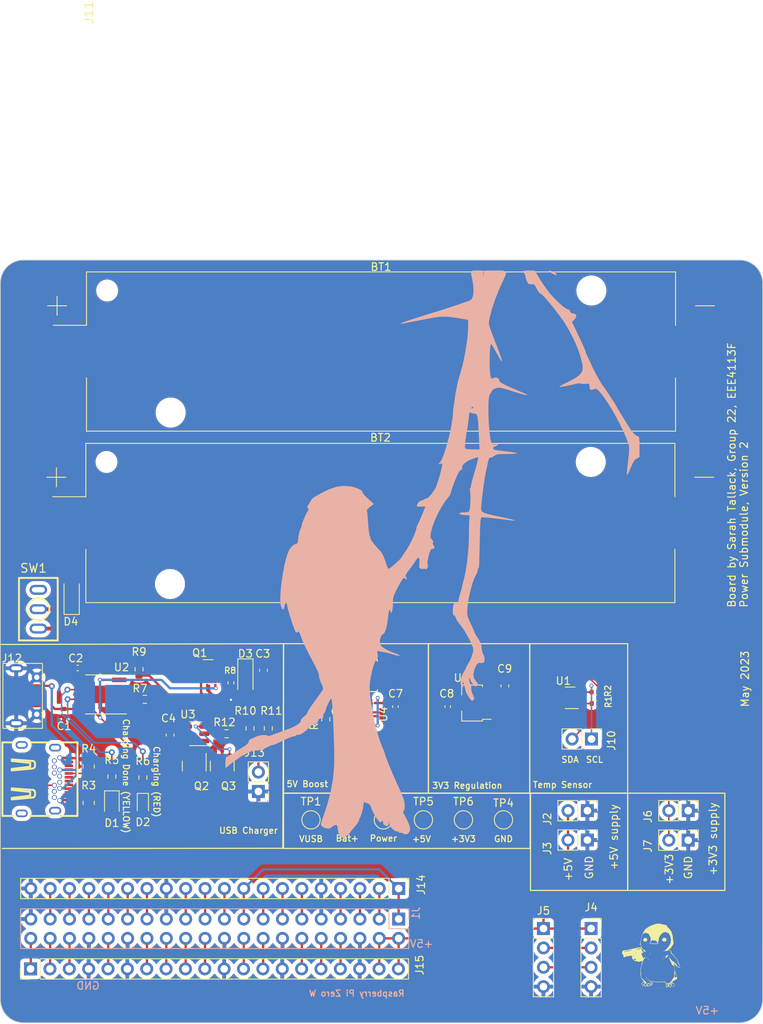
<source format=kicad_pcb>
(kicad_pcb (version 20221018) (generator pcbnew)
  (layers (0 "F.Cu" signal) (31 "B.Cu" signal) (34 "B.Paste" user) (35 "F.Paste" user) (36 "B.SilkS" user "B.Silkscreen") (37 "F.SilkS" user "F.Silkscreen") (38 "B.Mask" user) (39 "F.Mask" user) (44 "Edge.Cuts" user))
  (net 0 "")
  (net 1 "GND")
  (net 2 "/Sensors/SCL")
  (net 3 "/Sensors/SDA")
  (net 4 "/BatteryCharging/Bat+")
  (net 5 "/BatteryCharging/Power")
  (net 6 "/Sensors/+3V3Reg")
  (net 7 "/+5VReg")
  (net 8 "/BatteryCharging/VUSB")
  (net 9 "Net-(Q2-S)")
  (net 10 "Net-(D1-K)")
  (net 11 "Net-(D2-K)")
  (net 12 "/+3V3")
  (net 13 "/GPIO[2]{slash}SDA1")
  (net 14 "/GPIO[3]{slash}SCL1")
  (net 15 "/GPIO[4]{slash}GPCLK0")
  (net 16 "/GPIO[14]{slash}TXD0")
  (net 17 "/GPIO[15]{slash}RXD0")
  (net 18 "/GPIO[17]")
  (net 19 "/GPIO[18]{slash}PCM.CLK")
  (net 20 "/GPIO[27]")
  (net 21 "/GPIO[22]")
  (net 22 "/GPIO[23]")
  (net 23 "/GPIO[24]")
  (net 24 "/GPIO[10]{slash}SPI0.MOSI")
  (net 25 "/GPIO[9]{slash}SPI0.MISO")
  (net 26 "/GPIO[25]")
  (net 27 "/GPIO[11]{slash}SPI0.SCLK")
  (net 28 "/GPIO[8]{slash}SPI0.CE0")
  (net 29 "/GPIO[7]{slash}SPI0.CE1")
  (net 30 "/ID_SDA")
  (net 31 "/ID_SCL")
  (net 32 "/GPIO[5]")
  (net 33 "/GPIO[6]")
  (net 34 "/GPIO[12]{slash}PWM0")
  (net 35 "/GPIO[13]{slash}PWM1")
  (net 36 "/GPIO[19]{slash}PCM.FS")
  (net 37 "/GPIO[16]")
  (net 38 "/GPIO26")
  (net 39 "/GPIO[20]{slash}PCM.DIN")
  (net 40 "/GPIO[21]{slash}PCM.DOUT")
  (net 41 "Net-(Q2-G)")
  (net 42 "Net-(Q2-D)")
  (net 43 "Net-(Q3-G)")
  (net 44 "/BatteryCharging/BatLevel")
  (net 45 "/BatteryCharging/BatIn")
  (net 47 "Net-(U3-VCC)")
  (net 48 "Net-(U4-EN)")
  (net 51 "Net-(J11-CC1)")
  (net 59 "Net-(J11-CC2)")
  (net 67 "Net-(U4-L2)")
  (net 68 "Net-(U4-L1)")
  (net 69 "Net-(U2-STDBY)")
  (net 70 "Net-(U2-CHRG)")
  (net 71 "Net-(U2-PROG)")
  (net 72 "Net-(U3-VM)")
  (net 76 "Net-(D4-K)")
  (net 77 "/SCK")
  (net 78 "/DT")
  (footprint "Package_SON:VSON-10-1EP_3x3mm_P0.5mm_EP1.65x2.4mm" (layer "F.Cu") (at 104.6 101.161 -90)
    (fp_text reference "U4")
    (fp_text value "TPS63002")
  )
  (footprint "Capacitor_SMD:C_0603_1608Metric" (layer "F.Cu") (at 79.514169 103.87297 90)
    (fp_text reference "C4")
    (fp_text value "100n")
  )
  (footprint "Capacitor_SMD:C_0402_1005Metric" (layer "F.Cu") (at 101.272855 99.198403 90)
    (fp_text reference "C5")
    (fp_text value "10uF")
  )
  (footprint "Package_TO_SOT_SMD:SOT-23" (layer "F.Cu") (at 84.511846 95.560117 180)
    (fp_text reference "Q1")
    (fp_text value "Si2301CDS")
  )
  (footprint "Connector_PinHeader_2.54mm:PinHeader_1x02_P2.54mm_Vertical" (layer "F.Cu") (at 134.264386 117.644296 -90)
    (fp_text reference "J3")
    (fp_text value "Conn_01x02_Male")
  )
  (footprint "Resistor_SMD:R_0402_1005Metric" (layer "F.Cu") (at 135.340661 99.746287 180)
    (fp_text reference "R1")
    (fp_text value "10k")
  )
  (footprint "Sensor_Humidity:Sensirion_DFN-8-1EP_2.5x2.5mm_P0.5mm_EP1.1x1.7mm" (layer "F.Cu") (at 132 99 180)
    (fp_text reference "U1")
    (fp_text value "SHT30-DIS")
  )
  (footprint "SarahFootprints:IND-SMD_L4.0-W4.0" (layer "F.Cu") (at 104.626 96.085 180)
    (fp_text reference "L1")
    (fp_text value "2.2u" hide)
  )
  (footprint "Resistor_SMD:R_0603_1608Metric" (layer "F.Cu") (at 90 103 -90)
    (fp_text reference "R10")
    (fp_text value "130k")
  )
  (footprint "Resistor_SMD:R_0402_1005Metric" (layer "F.Cu") (at 135.323782 98.24965 180)
    (fp_text reference "R2")
    (fp_text value "10k")
  )
  (footprint "Connector_PinHeader_2.54mm:PinHeader_1x02_P2.54mm_Vertical" (layer "F.Cu") (at 91.1 111.275 180)
    (fp_text reference "J13")
    (fp_text value "Conn_01x02_Male")
  )
  (footprint "SarahFootprints:USB-TYPE-C-TH_USB-306A-B-SU" (layer "F.Cu") (at 63.138593 109.662059 -90)
    (fp_text reference "J11")
    (fp_text value "USB_C_Receptacle" hide)
  )
  (footprint "Diode_SMD:D_SOD-123" (layer "F.Cu") (at 66.6 85.7 90)
    (fp_text reference "D4")
    (fp_text value "Diode")
  )
  (footprint "Resistor_SMD:R_0805_2012Metric" (layer "F.Cu") (at 68.834 108.005495 -90)
    (fp_text reference "R4")
    (fp_text value "5.1k")
  )
  (footprint "Connector_PinHeader_2.54mm:PinHeader_1x02_P2.54mm_Vertical" (layer "F.Cu") (at 147.489386 113.794296 -90)
    (fp_text reference "J6")
    (fp_text value "Conn_01x02_Male")
  )
  (footprint "Connector_PinSocket_2.54mm:PinSocket_1x04_P2.54mm_Vertical" (layer "F.Cu") (at 134.75 129.25)
    (fp_text reference "J4")
    (fp_text value "Conn_01x04_Socket")
  )
  (footprint "Capacitor_SMD:C_0402_1005Metric" (layer "F.Cu") (at 67.393178 95.082135 180)
    (fp_text reference "C2")
    (fp_text value "10uF")
  )
  (footprint "Battery:BatteryHolder_Keystone_1042_1x18650" (layer "F.Cu") (at 107.188 53.594)
    (fp_text reference "BT1")
    (fp_text value "Li-Ion Battery")
  )
  (footprint "Capacitor_SMD:C_0402_1005Metric" (layer "F.Cu") (at 115.935876 100.151494 -90)
    (fp_text reference "C8")
    (fp_text value "10uF")
  )
  (footprint "Connector_PinHeader_2.54mm:PinHeader_1x20_P2.54mm_Vertical" (layer "F.Cu") (at 61.21 134.54 90)
    (fp_text reference "J15")
    (fp_text value "Conn_01x20_Pin")
  )
  (footprint "Connector_PinHeader_2.54mm:PinHeader_1x02_P2.54mm_Vertical" (layer "F.Cu") (at 147.485238 117.665733 -90)
    (fp_text reference "J7")
    (fp_text value "Conn_01x02_Male")
  )
  (footprint "Capacitor_SMD:C_0603_1608Metric" (layer "F.Cu") (at 123.434966 97.42985 90)
    (fp_text reference "C9")
    (fp_text value "100n")
  )
  (footprint "Connector_PinHeader_2.54mm:PinHeader_1x20_P2.54mm_Vertical" (layer "F.Cu") (at 109.5 124 -90)
    (fp_text reference "J14")
    (fp_text value "Conn_01x20_Pin")
  )
  (footprint "Resistor_SMD:R_0402_1005Metric" (layer "F.Cu") (at 87.50227 97.03 90)
    (fp_text reference "R8")
    (fp_text value "100k")
  )
  (footprint "Resistor_SMD:R_0603_1608Metric" (layer "F.Cu") (at 75.946 109.45525 90)
    (fp_text reference "R6")
    (fp_text value "1k")
  )
  (footprint "LED_SMD:LED_0805_2012Metric" (layer "F.Cu") (at 71.873102 112.880826 -90)
    (fp_text reference "D1")
    (fp_text value "YLED")
  )
  (footprint "TestPoint:TestPoint_Pad_D2.0mm" (layer "F.Cu") (at 107.5 115)
    (fp_text reference "TP3")
    (fp_text value "TestPoint")
  )
  (footprint "Resistor_SMD:R_0603_1608Metric" (layer "F.Cu") (at 75.438 95.25 -90)
    (fp_text reference "R9")
    (fp_text value "100")
  )
  (footprint "LOGO" (layer "F.Cu") (at 143.25 133.25)
    (fp_text reference "G***" hide)
    (fp_text value "LOGO" hide)
  )
  (footprint "Resistor_SMD:R_0603_1608Metric" (layer "F.Cu") (at 71.873102 109.324826 90)
    (fp_text reference "R5")
    (fp_text value "1k")
  )
  (footprint "Diode_SMD:D_SOD-123" (layer "F.Cu") (at 89.394692 96.258175 -90)
    (fp_text reference "D3")
    (fp_text value "Diode")
  )
  (footprint "TestPoint:TestPoint_Pad_D2.0mm" (layer "F.Cu") (at 98 115)
    (fp_text reference "TP1")
    (fp_text value "TestPoint")
  )
  (footprint "SarahFootprints:SW-SPDT" (layer "F.Cu") (at 62.23 87.376)
    (fp_text reference "SW1")
    (fp_text value "SW_SPDT_x2" hide)
  )
  (footprint "Package_TO_SOT_SMD:SOT-23" (layer "F.Cu") (at 82.678342 107.95254 -90)
    (fp_text reference "Q2")
    (fp_text value "AO3400A")
  )
  (footprint "TestPoint:TestPoint_Pad_D2.0mm" (layer "F.Cu") (at 102.75 115)
    (fp_text reference "TP2")
    (fp_text value "TestPoint")
  )
  (footprint "Package_TO_SOT_SMD:SOT-23" (layer "F.Cu") (at 86.36 107.95 -90)
    (fp_text reference "Q3")
    (fp_text value "AO3400A")
  )
  (footprint "Resistor_SMD:R_0603_1608Metric" (layer "F.Cu") (at 76.2 99.193723)
    (fp_text reference "R7")
    (fp_text value "1.2k")
  )
  (footprint "Package_TO_SOT_SMD:SOT-89-3" (layer "F.Cu") (at 119.135876 99.680848 180)
    (fp_text reference "U5")
    (fp_text value "HT75xx-1-SOT89")
  )
  (footprint "TestPoint:TestPoint_Pad_D2.0mm" (layer "F.Cu") (at 123.25 115)
    (fp_text reference "TP4")
    (fp_text value "TestPoint")
  )
  (footprint "Capacitor_SMD:C_0402_1005Metric" (layer "F.Cu") (at 109.084 100.151 -90)
    (fp_text reference "C7")
    (fp_text value "10uF")
  )
  (footprint "Resistor_SMD:R_0603_1608Metric" (layer "F.Cu") (at 86.934 103.7105)
    (fp_text reference "R12")
    (fp_text value "1k")
  )
  (footprint "SarahFootprints:C404969_Micro_USB" (layer "F.Cu") (at 57.623756 98.728688 90)
    (fp_text reference "J12")
    (fp_text value "USB_Micro_B_Female_Connector")
  )
  (footprint "LED_SMD:LED_0603_1608Metric" (layer "F.Cu") (at 75.946 113.01125 -90)
    (fp_text reference "D2")
    (fp_text value "RLED")
  )
  (footprint "Package_SO:HSOP-8-1EP_3.9x4.9mm_P1.27mm_EP2.3x2.3mm" (layer "F.Cu") (at 70.358 98.552 180)
    (fp_text reference "U2")
    (fp_text value "TP4056_1")
  )
  (footprint "Package_TO_SOT_SMD:SOT-23-6" (layer "F.Cu") (at 82.87 103.7105 180)
    (fp_text reference "U3")
    (fp_text value "DW01A")
  )
  (footprint "TestPoint:TestPoint_Pad_D2.0mm" (layer "F.Cu") (at 118 115)
    (fp_text reference "TP6")
    (fp_text value "TestPoint")
  )
  (footprint "Capacitor_SMD:C_0603_1608Metric" (layer "F.Cu") (at 91.765377 95.386274 -90)
    (fp_text reference "C3")
    (fp_text value "100n")
  )
  (footprint "Resistor_SMD:R_0805_2012Metric" (layer "F.Cu") (at 68.834 112.776 -90)
    (fp_text reference "R3")
    (fp_text value "5.1k")
  )
  (footprint "Connector_PinHeader_2.54mm:PinHeader_1x02_P2.54mm_Vertical" (layer "F.Cu") (at 134.264386 113.794296 -90)
    (fp_text reference "J2")
    (fp_text value "Conn_01x02_Male")
  )
  (footprint "Connector_PinHeader_2.54mm:PinHeader_1x04_P2.54mm_Vertical" (layer "F.Cu") (at 128.5 129.25)
    (fp_text reference "J5")
    (fp_text value "Conn_01x04_Pin")
  )
  (footprint "Resistor_SMD:R_0603_1608Metric" (layer "F.Cu") (at 99.939537 101.802401 -90)
    (fp_text reference "R13")
    (fp_text value "100")
  )
  (footprint "Connector_PinHeader_2.54mm:PinHeader_1x02_P2.54mm_Vertical" (layer "F.Cu") (at 134.8 104.4 -90)
    (fp_text reference "J10")
    (fp_text value "Conn_01x02_Male")
  )
  (footprint "TestPoint:TestPoint_Pad_D2.0mm" (layer "F.Cu") (at 112.75 115)
    (fp_text reference "TP5")
    (fp_text value "TestPoint")
  )
  (footprint "Battery:BatteryHolder_Keystone_1042_1x18650" (layer "F.Cu") (at 107.102 76.074)
    (fp_text reference "BT2")
    (fp_text value "Li-Ion Battery")
  )
  (footprint "Capacitor_SMD:C_0603_1608Metric" (layer "F.Cu") (at 105.381364 104.243836 180)
    (fp_text reference "C6")
    (fp_text value "100n")
  )
  (footprint "Capacitor_SMD:C_0402_1005Metric" (layer "F.Cu") (at 65.600987 100.934987 -90)
    (fp_text reference "C1")
    (fp_text value "10uF")
  )
  (footprint "Resistor_SMD:R_0603_1608Metric" (layer "F.Cu") (at 92.4 103 90)
    (fp_text reference "R11")
    (fp_text value "470k")
  )
  (footprint "Connector_PinSocket_2.54mm:PinSocket_2x20_P2.54mm_Vertical" (layer "B.Cu") (at 109.5 128 90)
    (fp_text reference "J1")
    (fp_text value "GPIO")
  )
  (footprint "LOGO" (layer "B.Cu") (at 114 85.5 180)
    (fp_text reference "G***" hide)
    (fp_text value "LOGO" hide)
  )
  (gr_rect (start 126.8 111.5) (end 139.55 124.25) (stroke (width 0.15)) (fill none) (layer "F.SilkS"))
  (gr_line (start 94.3 118.725) (end 57.5 118.75) (stroke (width 0.15)) (layer "F.SilkS"))
  (gr_line (start 94.4 92.05) (end 94.3 118.725) (stroke (width 0.15)) (layer "F.SilkS"))
  (gr_rect (start 94.4 111.5) (end 126.75 118.75) (stroke (width 0.15)) (fill none) (layer "F.SilkS"))
  (gr_rect (start 126.7 91.9) (end 139.55 111.5) (stroke (width 0.15)) (fill none) (layer "F.SilkS"))
  (gr_rect (start 139.55 111.5) (end 152.3 124.25) (stroke (width 0.15)) (fill none) (layer "F.SilkS"))
  (gr_rect (start 94.4 91.9) (end 113.4 111.5) (stroke (width 0.15)) (fill none) (layer "F.SilkS"))
  (gr_line (start 57.35 92) (end 94.4 91.9) (stroke (width 0.15)) (layer "F.SilkS"))
  (gr_rect (start 113.4 91.9) (end 126.7 111.5) (stroke (width 0.15)) (fill none) (layer "F.SilkS"))
  (gr_line (start 60.25 41.59264) (end 154.25736 41.59264) (stroke (width 0.1)) (layer "Edge.Cuts"))
  (gr_arc (start 60.25 141.6) (mid 58.12868 140.72132) (end 57.25 138.6) (stroke (width 0.1)) (layer "Edge.Cuts"))
  (gr_arc (start 154.25736 41.59264) (mid 156.37868 42.47132) (end 157.25736 44.59264) (stroke (width 0.1)) (layer "Edge.Cuts"))
  (gr_line (start 57.25 44.59264) (end 57.25 138.6) (stroke (width 0.1)) (layer "Edge.Cuts"))
  (gr_line (start 157.25 138.6) (end 157.25736 44.59264) (stroke (width 0.1)) (layer "Edge.Cuts"))
  (gr_arc (start 57.25 44.59264) (mid 58.12868 42.47132) (end 60.25 41.59264) (stroke (width 0.1)) (layer "Edge.Cuts"))
  (gr_line (start 60.25 141.6) (end 154.25 141.6) (stroke (width 0.1)) (layer "Edge.Cuts"))
  (gr_arc (start 157.25 138.6) (mid 156.37132 140.72132) (end 154.25 141.6) (stroke (width 0.1)) (layer "Edge.Cuts"))
  (gr_text "GND\n" (at 68.75 136.75) (layer "B.SilkS") (effects (font (size 1 1)) (justify mirror)))
  (gr_text "+5V" (at 112.5 131.25) (layer "B.SilkS") (effects (font (size 1 1)) (justify mirror)))
  (gr_text "+5V" (at 150 140) (layer "B.SilkS") (effects (font (size 1 1)) (justify mirror)))
  (gr_text "Raspberry Pi Zero W" (at 104 137.75) (layer "B.SilkS") (effects (font (size 0.8 0.8)) (justify mirror)))
  (gr_text "Board by Sarah Tallack, Group 22, EEE4113F\nPower Submodule, Version 2" (at 154 87.25 90) (layer "F.SilkS") (effects (font (size 1 1)) (justify left)))
  (gr_text "GND" (at 123.25 117.5) (layer "F.SilkS") (effects (font (size 0.8 0.8))))
  (gr_text "GND" (at 147.5 121.25 90) (layer "F.SilkS") (effects (font (size 1 1))))
  (gr_text "SDA" (at 131.99 107.1) (layer "F.SilkS") (effects (font (size 0.8 0.8))))
  (gr_text "+5V supply" (at 137.75 117.25 90) (layer "F.SilkS") (effects (font (size 1 1))))
  (gr_text "+3V3" (at 145 121.455704 90) (layer "F.SilkS") (effects (font (size 1 1))))
  (gr_text "Temp Sensor" (at 131 110.4) (layer "F.SilkS") (effects (font (size 0.8 0.8))))
  (gr_text "VUSB" (at 98 117.5) (layer "F.SilkS") (effects (font (size 0.8 0.8))))
  (gr_text "GND" (at 134.5 121.25 90) (layer "F.SilkS") (effects (font (size 1 1))))
  (gr_text "May 2023" (at 154.94 96.52 90) (layer "F.SilkS") (effects (font (size 1 1))))
  (gr_text "+5V\n" (at 131.75 121.5 90) (layer "F.SilkS") (effects (font (size 1 1))))
  (gr_text "+5V" (at 112.5 117.517362) (layer "F.SilkS") (effects (font (size 0.8 0.8))))
  (gr_text "3V3 Regulation" (at 118.5 110.5) (layer "F.SilkS") (effects (font (size 0.8 0.8))))
  (gr_text "Charging (RED)\n" (at 77.75 110 270) (layer "F.SilkS") (effects (font (size 0.8 0.8))))
  (gr_text "Power" (at 107.5 117.423146) (layer "F.SilkS") (effects (font (size 0.8 0.8))))
  (gr_text "+3V3 supply\n" (at 150.75 117.5 90) (layer "F.SilkS") (effects (font (size 1 1))))
  (gr_text "Charging Done (YELLOW)" (at 73.75 109.25 270) (layer "F.SilkS") (effects (font (size 0.8 0.8))))
  (gr_text "USB Charger" (at 89.8 116.4) (layer "F.SilkS") (effects (font (size 0.8 0.8))))
  (gr_text "SCL" (at 135.2 107.1) (layer "F.SilkS") (effects (font (size 0.8 0.8))))
  (gr_text "Bat+" (at 102.75 117.423146) (layer "F.SilkS") (effects (font (size 0.8 0.8))))
  (gr_text "5V Boost Regulator" (at 100.7 110.3) (layer "F.SilkS") (effects (font (size 0.8 0.8))))
  (gr_text "+3V3" (at 118 117.5) (layer "F.SilkS") (effects (font (size 0.8 0.8))))
  (segment (start 59.498756 99.378688) (end 59.348756 99.528688) (width 0.3) (layer "F.Cu") (net 1))
  (segment (start 104.6 99.686) (end 104.6 101.161) (width 0.2) (layer "F.Cu") (net 1))
  (segment (start 130.825 99.25) (end 131.75 99.25) (width 0.2) (layer "F.Cu") (net 1))
  (segment (start 61.998756 99.378688) (end 59.498756 99.378688) (width 0.3) (layer "F.Cu") (net 1))
  (segment (start 133.175 99.25) (end 132.25 99.25) (width 0.2) (layer "F.Cu") (net 1))
  (segment (start 66.183593 106.862059) (end 66.233593 106.912059) (width 0.3) (layer "F.Cu") (net 1))
  (segment (start 130.825 99.75) (end 130.825 99.25) (width 0.2) (layer "F.Cu") (net 1))
  (segment (start 105.1 102.636) (end 105.1 101.661) (width 0.2) (layer "F.Cu") (net 1))
  (segment (start 70.358 98.552) (end 71.024245 97.885755) (width 0.3) (layer "F.Cu") (net 1))
  (segment (start 68.653064 106.912059) (end 68.834 107.092995) (width 0.3) (layer "F.Cu") (net 1))
  (segment (start 132.25 99.25) (end 132 99) (width 0.2) (layer "F.Cu") (net 1))
  (segment (start 72.801755 97.885755) (end 72.833 97.917) (width 0.3) (layer "F.Cu") (net 1))
  (segment (start 71.024245 97.885755) (end 72.801755 97.885755) (width 0.3) (layer "F.Cu") (net 1))
  (segment (start 65.033593 106.862059) (end 66.183593 106.862059) (width 0.3) (layer "F.Cu") (net 1))
  (segment (start 66.233593 112.412059) (end 65.083593 112.412059) (width 0.3) (layer "F.Cu") (net 1))
  (segment (start 131.75 99.25) (end 132 99) (width 0.2) (layer "F.Cu") (net 1))
  (segment (start 105.1 101.661) (end 104.6 101.161) (width 0.2) (layer "F.Cu") (net 1))
  (segment (start 66.233593 106.912059) (end 68.653064 106.912059) (width 0.3) (layer "F.Cu") (net 1))
  (segment (start 65.083593 112.412059) (end 65.033593 112.462059) (width 0.3) (layer "F.Cu") (net 1))
  (via (at 87.5 99.25) (size 0.5) (drill 0.3) (layers "F.Cu" "B.Cu") (net 1))
  (segment (start 61.25 127.99) (end 61.24 128) (width 0.3) (layer "B.Cu") (net 1))
  (segment (start 73.94 130.54) (end 73.94 134.51) (width 0.3) (layer "B.Cu") (net 1))
  (segment (start 94.26 130.54) (end 94.26 134.51) (width 0.3) (layer "B.Cu") (net 1))
  (segment (start 99.34 128) (end 99.34 124.05) (width 0.3) (layer "B.Cu") (net 1))
  (segment (start 68.86 134.51) (end 68.83 134.54) (width 0.3) (layer "B.Cu") (net 1))
  (segment (start 79.03 124.04) (end 79.03 127.99) (width 0.3) (layer "B.Cu") (net 1))
  (segment (start 86.64 134.51) (end 86.61 134.54) (width 0.3) (layer "B.Cu") (net 1))
  (segment (start 104.42 134.51) (end 104.39 134.54) (width 0.3) (layer "B.Cu") (net 1))
  (segment (start 68.86 130.54) (end 68.86 134.51) (width 0.3) (layer "B.Cu") (net 1))
  (segment (start 61.25 124.04) (end 61.25 127.99) (width 0.3) (layer "B.Cu") (net 1))
  (segment (start 86.64 130.54) (end 86.64 134.51) (width 0.3) (layer "B.Cu") (net 1))
  (segment (start 99.34 124.05) (end 99.35 124.04) (width 0.3) (layer "B.Cu") (net 1))
  (segment (start 104.42 130.54) (end 104.42 134.51) (width 0.3) (layer "B.Cu") (net 1))
  (segment (start 73.94 134.51) (end 73.91 134.54) (width 0.3) (layer "B.Cu") (net 1))
  (segment (start 94.26 134.51) (end 94.23 134.54) (width 0.3) (layer "B.Cu") (net 1))
  (segment (start 79.03 127.99) (end 79.02 128) (width 0.3) (layer "B.Cu") (net 1))
  (segment (start 134.813782 98.24965) (end 134.813782 97.413782) (width 0.2) (layer "F.Cu") (net 2))
  (segment (start 133.17535 98.24965) (end 133.175 98.25) (width 0.2) (layer "F.Cu") (net 2))
  (segment (start 134.813782 97.413782) (end 134.8 97.4) (width 0.2) (layer "F.Cu") (net 2))
  (segment (start 134.813782 98.24965) (end 133.17535 98.24965) (width 0.2) (layer "F.Cu") (net 2))
  (via (at 134.8 97.4) (size 0.5) (drill 0.3) (layers "F.Cu" "B.Cu") (net 2))
  (segment (start 134.8 97.4) (end 134.8 104.4) (width 0.2) (layer "B.Cu") (net 2))
  (segment (start 134.830661 99.746287) (end 133.178713 99.746287) (width 0.2) (layer "F.Cu") (net 3))
  (segment (start 133.175 99.75) (end 133.175 103.485) (width 0.2) (layer "F.Cu") (net 3))
  (segment (start 133.178713 99.746287) (end 133.175 99.75) (width 0.2) (layer "F.Cu") (net 3))
  (segment (start 133.175 103.485) (end 132.26 104.4) (width 0.2) (layer "F.Cu") (net 3))
  (segment (start 90 102.175) (end 89.925 102.25) (width 0.3) (layer "F.Cu") (net 4))
  (segment (start 81.026 95.504) (end 83.518229 95.504) (width 0.5) (layer "F.Cu") (net 4))
  (segment (start 65.786 89.916) (end 62.23 89.916) (width 0.5) (layer "F.Cu") (net 4))
  (segment (start 67.873178 95.082135) (end 67.873178 94.488) (width 0.5) (layer "F.Cu") (net 4))
  (segment (start 94 101.25) (end 97 104.25) (width 0.3) (layer "F.Cu") (net 4))
  (segment (start 67.883 96.647) (end 67.883 95.091957) (width 0.5) (layer "F.Cu") (net 4))
  (segment (start 89.925 102.25) (end 87.5 102.25) (width 0.3) (layer "F.Cu") (net 4))
  (segment (start 83.518229 95.504) (end 83.574346 95.560117) (width 0.5) (layer "F.Cu") (net 4))
  (segment (start 67.873178 94.488) (end 67.873178 92.003178) (width 0.5) (layer "F.Cu") (net 4))
  (segment (start 75.438 94.425) (end 67.936178 94.425) (width 0.5) (layer "F.Cu") (net 4))
  (segment (start 67.873178 92.003178) (end 65.786 89.916) (width 0.5) (layer "F.Cu") (net 4))
  (segment (start 90.925 101.25) (end 94 101.25) (width 0.3) (layer "F.Cu") (net 4))
  (segment (start 67.883 95.091957) (end 67.873178 95.082135) (width 0.5) (layer "F.Cu") (net 4))
  (segment (start 97 104.25) (end 97 109.25) (width 0.3) (layer "F.Cu") (net 4))
  (segment (start 83.574346 98.324346) (end 83.574346 95.560117) (width 0.3) (layer "F.Cu") (net 4))
  (segment (start 87.5 102.25) (end 83.574346 98.324346) (width 0.3) (layer "F.Cu") (net 4))
  (segment (start 97 109.25) (end 102.75 115) (width 0.3) (layer "F.Cu") (net 4))
  (segment (start 75.438 94.425) (end 79.947 94.425) (width 0.5) (layer "F.Cu") (net 4))
  (segment (start 90 102.175) (end 90.925 101.25) (width 0.3) (layer "F.Cu") (net 4))
  (segment (start 79.947 94.425) (end 81.026 95.504) (width 0.5) (layer "F.Cu") (net 4))
  (segment (start 67.936178 94.425) (end 67.873178 94.488) (width 0.5) (layer "F.Cu") (net 4))
  (segment (start 101.34613 99.686) (end 101.328872 99.668742) (width 0.3) (layer "F.Cu") (net 5))
  (segment (start 89.394692 94.608175) (end 91.762278 94.608175) (width 0.3) (layer "F.Cu") (net 5))
  (segment (start 97.694742 99.668742) (end 99.926 99.668742) (width 0.3) (layer "F.Cu") (net 5))
  (segment (start 85.451288 94.608175) (end 85.449346 94.610117) (width 0.3) (layer "F.Cu") (net 5))
  (segment (start 107.5 115) (end 97.694742 105.194742) (width 0.3) (layer "F.Cu") (net 5))
  (segment (start 92.637274 94.611274) (end 91.765377 94.611274) (width 0.3) (layer "F.Cu") (net 5))
  (segment (start 99.926 99.668742) (end 101.328872 99.668742) (width 0.3) (layer "F.Cu") (net 5))
  (segment (start 97.694742 105.194742) (end 97.694742 99.668742) (width 0.3) (layer "F.Cu") (net 5))
  (segment (start 97.694742 99.668742) (end 92.637274 94.611274) (width 0.3) (layer "F.Cu") (net 5))
  (segment (start 89.394692 94.608175) (end 85.451288 94.608175) (width 0.3) (layer "F.Cu") (net 5))
  (segment (start 103.6 99.686) (end 101.34613 99.686) (width 0.3) (layer "F.Cu") (net 5))
  (segment (start 91.762278 94.608175) (end 91.765377 94.611274) (width 0.3) (layer "F.Cu") (net 5))
  (segment (start 99.926 99.668742) (end 99.926 100.963864) (width 0.3) (layer "F.Cu") (net 5))
  (segment (start 99.926 100.963864) (end 99.939537 100.977401) (width 0.3) (layer "F.Cu") (net 5))
  (segment (start 118 115) (end 123.434966 109.565034) (width 0.3) (layer "F.Cu") (net 6))
  (segment (start 144.949386 117.661585) (end 144.945238 117.665733) (width 0.2) (layer "F.Cu") (net 6))
  (segment (start 134.707107 96.6) (end 130.8 96.6) (width 0.2) (layer "F.Cu") (net 6))
  (segment (start 135.833782 98.24965) (end 135.833782 97.726675) (width 0.2) (layer "F.Cu") (net 6))
  (segment (start 130.8 96.6) (end 129.85 97.55) (width 0.2) (layer "F.Cu") (net 6))
  (segment (start 135.850661 99.746287) (end 135.850661 98.266529) (width 0.2) (layer "F.Cu") (net 6))
  (segment (start 123.410964 98.180848) (end 123.434966 98.20485) (width 0.2) (layer "F.Cu") (net 6))
  (segment (start 135.850661 99.746287) (end 144.949386 108.845012) (width 0.2) (layer "F.Cu") (net 6))
  (segment (start 135.850661 98.266529) (end 135.833782 98.24965) (width 0.2) (layer "F.Cu") (net 6))
  (segment (start 144.949386 108.845012) (end 144.949386 113.794296) (width 0.2) (layer "F.Cu") (net 6))
  (segment (start 144.949386 113.794296) (end 144.949386 117.661585) (width 0.2) (layer "F.Cu") (net 6))
  (segment (start 121.085876 98.180848) (end 123.410964 98.180848) (width 0.2) (layer "F.Cu") (net 6))
  (segment (start 130.55 98.25) (end 129.85 97.55) (width 0.2) (layer "F.Cu") (net 6))
  (segment (start 135.833782 97.726675) (end 134.707107 96.6) (width 0.2) (layer "F.Cu") (net 6))
  (segment (start 123.439816 98.2) (end 123.434966 98.20485) (width 0.2) (layer "F.Cu") (net 6))
  (segment (start 129.85 97.55) (end 129.2 98.2) (width 0.2) (layer "F.Cu") (net 6))
  (segment (start 130.825 98.25) (end 130.55 98.25) (width 0.2) (layer "F.Cu") (net 6))
  (segment (start 123.434966 109.565034) (end 123.434966 98.20485) (width 0.3) (layer "F.Cu") (net 6))
  (segment (start 129.2 98.2) (end 123.439816 98.2) (width 0.2) (layer "F.Cu") (net 6))
  (segment (start 109.084 99.671) (end 109.084494 99.671494) (width 0.3) (layer "F.Cu") (net 7))
  (segment (start 109.5 130.54) (end 112.75 130.54) (width 0.3) (layer "F.Cu") (net 7))
  (segment (start 128.5 124.75) (end 128.5 129.25) (width 0.3) (layer "F.Cu") (net 7))
  (segment (start 105.6 99.686) (end 106.75 99.686) (width 0.3) (layer "F.Cu") (net 7))
  (segment (start 131.724386 117.644296) (end 131.724386 121.525614) (width 0.3) (layer "F.Cu") (net 7))
  (segment (start 106.96 130.54) (end 109.5 130.54) (width 0.3) (layer "F.Cu") (net 7))
  (segment (start 131.724386 113.794296) (end 131.724386 117.644296) (width 0.3) (layer "F.Cu") (net 7))
  (segment (start 128.5 129.25) (end 119.588592 129.25) (width 0.3) (layer "F.Cu") (net 7))
  (segment (start 109.069 99.686) (end 109.084 99.671) (width 0.3) (layer "F.Cu") (net 7))
  (segment (start 112.75 115) (end 112.75 130.54) (width 0.3) (layer "F.Cu") (net 7))
  (segment (start 131.724386 121.525614) (end 128.5 124.75) (width 0.3) (layer "F.Cu") (net 7))
  (segment (start 120.989022 99.671494) (end 120.998376 99.680848) (width 0.3) (layer "F.Cu") (net 7))
  (segment (start 109.084494 99.671494) (end 112.75 99.671494) (width 0.3) (layer "F.Cu") (net 7))
  (segment (start 112.75 130.54) (end 118.298592 130.54) (width 0.3) (layer "F.Cu") (net 7))
  (segment (start 109.5 130.54) (end 109.5 134.51) (width 0.3) (layer "F.Cu") (net 7))
  (segment (start 112.75 115) (end 112.75 99.671494) (width 0.3) (layer "F.Cu") (net 7))
  (segment (start 106.96 130.54) (end 106.96 134.51) (width 0.3) (layer "F.Cu") (net 7))
  (segment (start 106.75 99.686) (end 107.9 99.686) (width 0.3) (layer "F.Cu") (net 7))
  (segment (start 115.935876 99.671494) (end 120.989022 99.671494) (width 0.3) (layer "F.Cu") (net 7))
  (segment (start 106.74123 102.636) (end 106.744282 102.632948) (width 0.3) (layer "F.Cu") (net 7))
  (segment (start 105.6 102.636) (end 106.74123 102.636) (width 0.3) (layer "F.Cu") (net 7))
  (segment (start 107.9 99.686) (end 109.069 99.686) (width 0.3) (layer "F.Cu") (net 7))
  (segment (start 119.588592 129.25) (end 118.298592 130.54) (width 0.3) (layer "F.Cu") (net 7))
  (segment (start 128.5 129.25) (end 134.75 129.25) (width 0.3) (layer "F.Cu") (net 7))
  (segment (start 106.75 99.686) (end 106.75 99) (width 0.3) (layer "F.Cu") (net 7))
  (segment (start 109.5 134.51) (end 109.47 134.54) (width 0.3) (layer "F.Cu") (net 7))
  (segment (start 112.75 99.671494) (end 115.935876 99.671494) (width 0.3) (layer "F.Cu") (net 7))
  (segment (start 106.96 134.51) (end 106.93 134.54) (width 0.3) (layer "F.Cu") (net 7))
  (via (at 106.744282 102.632948) (size 0.5) (drill 0.3) (layers "F.Cu" "B.Cu") (net 7))
  (via (at 106.75 99) (size 0.5) (drill 0.3) (layers "F.Cu" "B.Cu") (net 7))
  (segment (start 106.75 102.62723) (end 106.744282 102.632948) (width 0.3) (layer "B.Cu") (net 7))
  (segment (start 106.75 99) (end 106.75 102.62723) (width 0.3) (layer "B.Cu") (net 7))
  (segment (start 66.233593 108.412059) (end 65.083593 108.412059) (width 0.2) (layer "F.Cu") (net 8))
  (segment (start 74 105.242) (end 74 113.818326) (width 0.2) (layer "F.Cu") (net 8))
  (segment (start 79.5 115) (end 78.25 113.75) (width 0.3) (layer "F.Cu") (net 8))
  (segment (start 89.394692 97.140963) (end 89.394692 97.908175) (width 0.3) (layer "F.Cu") (net 8))
  (segment (start 78.25 113.75) (end 75.99475 113.75) (width 0.3) (layer "F.Cu") (net 8))
  (segment (start 85.449346 96.510117) (end 85.449346 97.699346) (width 0.3) (layer "F.Cu") (net 8))
  (segment (start 85.449346 97.699346) (end 85.5 97.75) (width 0.3) (layer "F.Cu") (net 8))
  (segment (start 87.492387 96.510117) (end 87.50227 96.52) (width 0.3) (layer "F.Cu") (net 8))
  (segment (start 74 113.818326) (end 75.926424 113.818326) (width 0.2) (layer "F.Cu") (net 8))
  (segment (start 63.99316 100.06116) (end 64.386987 100.454987) (width 0.3) (layer "F.Cu") (net 8))
  (segment (start 65.083593 110.912059) (end 65.033593 110.862059) (width 0.2) (layer "F.Cu") (net 8))
  (segment (start 88.773729 96.52) (end 89.394692 97.140963) (width 0.3) (layer "F.Cu") (net 8))
  (segment (start 66.233593 110.912059) (end 65.083593 110.912059) (width 0.2) (layer "F.Cu") (net 8))
  (segment (start 75.99475 113.75) (end 75.946 113.79875) (width 0.3) (layer "F.Cu") (net 8))
  (segment (start 72.833 96.647) (end 70.355388 96.647) (width 0.3) (layer "F.Cu") (net 8))
  (segment (start 69.215 100.457) (end 70.358 101.6) (width 0.3) (layer "F.Cu") (net 8))
  (segment (start 85.449346 96.510117) (end 87.492387 96.510117) (width 0.3) (layer "F.Cu") (net 8))
  (segment (start 65.600987 100.454987) (end 67.880987 100.454987) (width 0.3) (layer "F.Cu") (net 8))
  (segment (start 63.957145 97.428688) (end 63.99316 97.464703) (width 0.3) (layer "F.Cu") (net 8))
  (segment (start 75.926424 113.818326) (end 75.946 113.79875) (width 0.2) (layer "F.Cu") (net 8))
  (segment (start 64.386987 100.454987) (end 65.600987 100.454987) (width 0.3) (layer "F.Cu") (net 8))
  (segment (start 71.873102 113.818326) (end 74 113.818326) (width 0.2) (layer "F.Cu") (net 8))
  (segment (start 63.99316 97.464703) (end 63.99316 100.06116) (width 0.3) (layer "F.Cu") (net 8))
  (segment (start 98 115) (end 79.5 115) (width 0.3) (layer "F.Cu") (net 8))
  (segment (start 70.355388 96.647) (end 70.327689 96.619301) (width 0.3) (layer "F.Cu") (net 8))
  (segment (start 67.883 100.457) (end 69.215 100.457) (width 0.3) (layer "F.Cu") (net 8))
  (segment (start 67.880987 100.454987) (end 67.883 100.457) (width 0.3) (layer "F.Cu") (net 8))
  (segment (start 61.998756 97.428688) (end 63.957145 97.428688) (width 0.3) (layer "F.Cu") (net 8))
  (segment (start 65.083593 108.412059) (end 65.033593 108.462059) (width 0.2) (layer "F.Cu") (net 8))
  (segment (start 70.358 101.6) (end 74 105.242) (width 0.2) (layer "F.Cu") (net 8))
  (segment (start 87.50227 96.52) (end 88.773729 96.52) (width 0.3) (layer "F.Cu") (net 8))
  (via (at 63.99316 97.464703) (size 0.8) (drill 0.4) (layers "F.Cu" "B.Cu") (net 8))
  (via (at 70.327689 96.619301) (size 0.5) (drill 0.3) (layers "F.Cu" "B.Cu") (net 8))
  (via (at 85.5 97.75) (size 0.5) (drill 0.3) (layers "F.Cu" "B.Cu") (net 8))
  (via (at 70.358 101.6) (size 0.5) (drill 0.3) (layers "F.Cu" "B.Cu") (net 8))
  (segment (start 67.25 109.105271) (end 67.25 105.858) (width 0.3) (layer "B.Cu") (net 8))
  (segment (start 78.392457 96.642457) (end 70.350845 96.642457) (width 0.3) (layer "B.Cu") (net 8))
  (segment (start 67.212059 108.462059) (end 65.033593 108.462059) (width 0.3) (layer "B.Cu") (net 8))
  (segment (start 65.033593 110.862059) (end 65.493212 110.862059) (width 0.3) (layer "B.Cu") (net 8))
  (segment (start 85.5 97.75) (end 79.5 97.75) (width 0.3) (layer "B.Cu") (net 8))
  (segment (start 67.25 105.858) (end 63.99316 102.60116) (width 0.3) (layer "B.Cu") (net 8))
  (segment (start 70.327689 96.619301) (end 70.327689 101.569689) (width 0.3) (layer "B.Cu") (net 8))
  (segment (start 70.350845 96.642457) (end 70.327689 96.619301) (width 0.3) (layer "B.Cu") (net 8))
  (segment (start 67.25 109.105271) (end 67.25 108.5) (width 0.3) (layer "B.Cu") (net 8))
  (segment (start 67.25 108.5) (end 67.212059 108.462059) (width 0.3) (layer "B.Cu") (net 8))
  (segment (start 70.329779 101.571779) (end 70.358 101.6) (width 0.2) (layer "B.Cu") (net 8))
  (segment (start 65.493212 110.862059) (end 67.25 109.105271) (width 0.3) (layer "B.Cu") (net 8))
  (segment (start 79.5 97.75) (end 78.392457 96.642457) (width 0.3) (layer "B.Cu") (net 8))
  (segment (start 70.327689 101.569689) (end 70.358 101.6) (width 0.3) (layer "B.Cu") (net 8))
  (segment (start 63.99316 102.60116) (end 63.99316 97.464703) (width 0.3) (layer "B.Cu") (net 8))
  (segment (start 81.7325 104.6605) (end 79.526699 104.6605) (width 0.2) (layer "F.Cu") (net 9))
  (segment (start 81.7325 107.010882) (end 81.728342 107.01504) (width 0.2) (layer "F.Cu") (net 9))
  (segment (start 81.7325 104.6605) (end 81.7325 107.010882) (width 0.2) (layer "F.Cu") (net 9))
  (segment (start 79.526699 104.6605) (end 79.514169 104.64797) (width 0.2) (layer "F.Cu") (net 9))
  (segment (start 71.873102 110.149826) (end 71.873102 111.943326) (width 0.2) (layer "F.Cu") (net 10))
  (segment (start 75.946 110.28025) (end 75.946 112.22375) (width 0.2) (layer "F.Cu") (net 11))
  (segment (start 89.18 128) (end 89.18 124.05) (width 0.3) (layer "F.Cu") (net 12))
  (segment (start 109.5 128) (end 109.5 124.05) (width 0.3) (layer "F.Cu") (net 12))
  (segment (start 89.18 124.05) (end 89.19 124.04) (width 0.3) (layer "F.Cu") (net 12))
  (segment (start 109.5 124.05) (end 109.51 124.04) (width 0.3) (layer "F.Cu") (net 12))
  (segment (start 91.73 121.5) (end 106.97 121.5) (width 0.3) (layer "B.Cu") (net 12))
  (segment (start 106.97 121.5) (end 109.51 124.04) (width 0.3) (layer "B.Cu") (net 12))
  (segment (start 89.19 124.04) (end 91.73 121.5) (width 0.3) (layer "B.Cu") (net 12))
  (segment (start 106.97 124.04) (end 106.97 127.99) (width 0.3) (layer "F.Cu") (net 13))
  (segment (start 106.97 127.99) (end 106.96 128) (width 0.3) (layer "F.Cu") (net 13))
  (segment (start 104.43 127.99) (end 104.42 128) (width 0.3) (layer "F.Cu") (net 14))
  (segment (start 104.43 124.04) (end 104.43 127.99) (width 0.3) (layer "F.Cu") (net 14))
  (segment (start 101.88 128) (end 101.88 124.05) (width 0.3) (layer "F.Cu") (net 15))
  (segment (start 101.88 124.05) (end 101.89 124.04) (width 0.3) (layer "F.Cu") (net 15))
  (segment (start 101.88 130.54) (end 101.88 134.51) (width 0.3) (layer "F.Cu") (net 16))
  (segment (start 101.88 134.51) (end 101.85 134.54) (width 0.3) (layer "F.Cu") (net 16))
  (segment (start 99.34 134.51) (end 99.31 134.54) (width 0.3) (layer "F.Cu") (net 17))
  (segment (start 99.34 130.54) (end 99.34 134.51) (width 0.3) (layer "F.Cu") (net 17))
  (segment (start 96.81 124.04) (end 96.81 127.99) (width 0.3) (layer "F.Cu") (net 18))
  (segment (start 96.81 127.99) (end 96.8 128) (width 0.3) (layer "F.Cu") (net 18))
  (segment (start 96.8 130.54) (end 96.8 134.51) (width 0.3) (layer "F.Cu") (net 19))
  (segment (start 96.8 134.51) (end 96.77 134.54) (width 0.3) (layer "F.Cu") (net 19))
  (segment (start 94.27 124.04) (end 94.27 127.99) (width 0.3) (layer "F.Cu") (net 20))
  (segment (start 94.27 127.99) (end 94.26 128) (width 0.3) (layer "F.Cu") (net 20))
  (segment (start 91.73 124.04) (end 91.73 127.99) (width 0.3) (layer "F.Cu") (net 21))
  (segment (start 91.73 127.99) (end 91.72 128) (width 0.3) (layer "F.Cu") (net 21))
  (segment (start 91.72 130.54) (end 91.72 134.51) (width 0.3) (layer "F.Cu") (net 22))
  (segment (start 91.72 134.51) (end 91.69 134.54) (width 0.3) (layer "F.Cu") (net 22))
  (segment (start 89.18 130.54) (end 89.18 134.51) (width 0.3) (layer "F.Cu") (net 23))
  (segment (start 89.18 134.51) (end 89.15 134.54) (width 0.3) (layer "F.Cu") (net 23))
  (segment (start 86.65 124.04) (end 86.65 127.99) (width 0.3) (layer "F.Cu") (net 24))
  (segment (start 86.65 127.99) (end 86.64 128) (width 0.3) (layer "F.Cu") (net 24))
  (segment (start 84.11 127.99) (end 84.1 128) (width 0.3) (layer "F.Cu") (net 25))
  (segment (start 84.11 124.04) (end 84.11 127.99) (width 0.3) (layer "F.Cu") (net 25))
  (segment (start 84.1 134.51) (end 84.07 134.54) (width 0.3) (layer "F.Cu") (net 26))
  (segment (start 84.1 130.54) (end 84.1 134.51) (width 0.3) (layer "F.Cu") (net 26))
  (segment (start 81.57 124.04) (end 81.57 127.99) (width 0.3) (layer "F.Cu") (net 27))
  (segment (start 81.57 127.99) (end 81.56 128) (width 0.3) (layer "F.Cu") (net 27))
  (segment (start 81.56 134.51) (end 81.53 134.54) (width 0.3) (layer "F.Cu") (net 28))
  (segment (start 81.56 130.54) (end 81.56 134.51) (width 0.3) (layer "F.Cu") (net 28))
  (segment (start 79.02 130.54) (end 79.02 134.51) (width 0.3) (layer "F.Cu") (net 29))
  (segment (start 79.02 134.51) (end 78.99 134.54) (width 0.3) (layer "F.Cu") (net 29))
  (segment (start 76.48 124.05) (end 76.49 124.04) (width 0.3) (layer "F.Cu") (net 30))
  (segment (start 76.48 128) (end 76.48 124.05) (width 0.3) (layer "F.Cu") (net 30))
  (segment (start 76.48 134.51) (end 76.45 134.54) (width 0.3) (layer "F.Cu") (net 31))
  (segment (start 76.48 130.54) (end 76.48 134.51) (width 0.3) (layer "F.Cu") (net 31))
  (segment (start 73.95 124.04) (end 73.95 127.99) (width 0.3) (layer "F.Cu") (net 32))
  (segment (start 73.95 127.99) (end 73.94 128) (width 0.3) (layer "F.Cu") (net 32))
  (segment (start 71.41 127.99) (end 71.4 128) (width 0.3) (layer "F.Cu") (net 33))
  (segment (start 71.41 124.04) (end 71.41 127.99) (width 0.3) (layer "F.Cu") (net 33))
  (segment (start 71.4 134.51) (end 71.37 134.54) (width 0.3) (layer "F.Cu") (net 34))
  (segment (start 71.4 130.54) (end 71.4 134.51) (width 0.3) (layer "F.Cu") (net 34))
  (segment (start 68.86 128) (end 68.86 124.05) (width 0.3) (layer "F.Cu") (net 35))
  (segment (start 68.86 124.05) (end 68.87 124.04) (width 0.3) (layer "F.Cu") (net 35))
  (segment (start 66.33 124.04) (end 66.33 127.99) (width 0.3) (layer "F.Cu") (net 36))
  (segment (start 66.33 127.99) (end 66.32 128) (width 0.3) (layer "F.Cu") (net 36))
  (segment (start 66.32 130.54) (end 66.32 134.51) (width 0.3) (layer "F.Cu") (net 37))
  (segment (start 66.32 134.51) (end 66.29 134.54) (width 0.3) (layer "F.Cu") (net 37))
  (segment (start 63.79 124.04) (end 63.79 127.99) (width 0.3) (layer "F.Cu") (net 38))
  (segment (start 63.79 127.99) (end 63.78 128) (width 0.3) (layer "F.Cu") (net 38))
  (segment (start 63.78 134.51) (end 63.75 134.54) (width 0.3) (layer "F.Cu") (net 39))
  (segment (start 63.78 130.54) (end 63.78 134.51) (width 0.3) (layer "F.Cu") (net 39))
  (segment (start 61.24 134.51) (end 61.21 134.54) (width 0.3) (layer "F.Cu") (net 40))
  (segment (start 61.24 130.54) (end 61.24 134.51) (width 0.3) (layer "F.Cu") (net 40))
  (segment (start 84.0075 105.365882) (end 83.628342 105.74504) (width 0.2) (layer "F.Cu") (net 41))
  (segment (start 83.628342 105.74504) (end 83.628342 107.01504) (width 0.2) (layer "F.Cu") (net 41))
  (segment (start 84.0075 104.6605) (end 84.0075 105.365882) (width 0.2) (layer "F.Cu") (net 41))
  (segment (start 82.678342 108.89004) (end 86.35746 108.89004) (width 0.2) (layer "F.Cu") (net 42))
  (segment (start 86.35746 108.89004) (end 86.36 108.8875) (width 0.2) (layer "F.Cu") (net 42))
  (segment (start 82.879543 102.7605) (end 82.870019 102.750976) (width 0.2) (layer "F.Cu") (net 43))
  (segment (start 84.0075 102.7605) (end 82.879543 102.7605) (width 0.2) (layer "F.Cu") (net 43))
  (segment (start 87.313158 105.7306) (end 87.31 105.733758) (width 0.2) (layer "F.Cu") (net 43))
  (segment (start 87.31 105.733758) (end 87.31 107.0125) (width 0.2) (layer "F.Cu") (net 43))
  (via (at 82.870019 102.750976) (size 0.5) (drill 0.3) (layers "F.Cu" "B.Cu") (net 43))
  (via (at 87.313158 105.7306) (size 0.5) (drill 0.3) (layers "F.Cu" "B.Cu") (net 43))
  (segment (start 85.849643 105.7306) (end 82.870019 102.750976) (width 0.2) (layer "B.Cu") (net 43))
  (segment (start 87.313158 105.7306) (end 85.849643 105.7306) (width 0.2) (layer "B.Cu") (net 43))
  (segment (start 91.135447 103.825) (end 92.4 103.825) (width 0.3) (layer "F.Cu") (net 44))
  (segment (start 91.1 108.735) (end 91.1 103.860447) (width 0.3) (layer "F.Cu") (net 44))
  (segment (start 91.1 103.860447) (end 91.135447 103.825) (width 0.3) (layer "F.Cu") (net 44))
  (segment (start 90 103.825) (end 91.135447 103.825) (width 0.3) (layer "F.Cu") (net 44))
  (segment (start 67.858 53.594) (end 67.858 75.988) (width 0.5) (layer "F.Cu") (net 45))
  (segment (start 67.772 76.074) (end 67.772 80.528) (width 0.5) (layer "F.Cu") (net 45))
  (segment (start 66.6 81.7) (end 66.6 84.05) (width 0.5) (layer "F.Cu") (net 45))
  (segment (start 67.772 80.528) (end 66.6 81.7) (width 0.5) (layer "F.Cu") (net 45))
  (segment (start 67.858 75.988) (end 67.772 76.074) (width 0.5) (layer "F.Cu") (net 45))
  (segment (start 81.7325 103.7105) (end 80.126699 103.7105) (width 0.2) (layer "F.Cu") (net 47))
  (segment (start 80.126699 103.7105) (end 79.514169 103.09797) (width 0.2) (layer "F.Cu") (net 47))
  (segment (start 75.438 96.075) (end 76.771 96.075) (width 0.3) (layer "F.Cu") (net 47))
  (segment (start 79.514169 98.818169) (end 79.514169 103.09797) (width 0.3) (layer "F.Cu") (net 47))
  (segment (start 76.771 96.075) (end 79.514169 98.818169) (width 0.3) (layer "F.Cu") (net 47))
  (segment (start 103.6 102.636) (end 99.948136 102.636) (width 0.3) (layer "F.Cu") (net 48))
  (segment (start 104.606364 102.642364) (end 104.6 102.636) (width 0.3) (layer "F.Cu") (net 48))
  (segment (start 104.606364 104.243836) (end 104.606364 102.642364) (width 0.3) (layer "F.Cu") (net 48))
  (segment (start 103.6 102.636) (end 104.6 102.636) (width 0.3) (layer "F.Cu") (net 48))
  (segment (start 99.948136 102.636) (end 99.939537 102.627401) (width 0.3) (layer "F.Cu") (net 48))
  (segment (start 68.828064 108.912059) (end 68.834 108.917995) (width 0.2) (layer "F.Cu") (net 51))
  (segment (start 66.233593 108.912059) (end 68.828064 108.912059) (width 0.2) (layer "F.Cu") (net 51))
  (segment (start 62.738 111.252) (end 63.527941 110.462059) (width 0.2) (layer "F.Cu") (net 59))
  (segment (start 63.527941 110.462059) (end 64.333593 110.462059) (width 0.2) (layer "F.Cu") (net 59))
  (segment (start 63.5 115.062) (end 62.738 114.3) (width 0.2) (layer "F.Cu") (net 59))
  (segment (start 62.738 114.3) (end 62.738 111.252) (width 0.2) (layer "F.Cu") (net 59))
  (segment (start 67.4605 115.062) (end 63.5 115.062) (width 0.2) (layer "F.Cu") (net 59))
  (segment (start 68.834 113.6885) (end 67.4605 115.062) (width 0.2) (layer "F.Cu") (net 59))
  (segment (start 106.226 97.915) (end 106.226 96.085) (width 0.2) (layer "F.Cu") (net 67))
  (segment (start 105.1 99.041) (end 106.226 97.915) (width 0.2) (layer "F.Cu") (net 67))
  (segment (start 105.1 99.686) (end 105.1 99.041) (width 0.2) (layer "F.Cu") (net 67))
  (segment (start 104.1 99.041) (end 103.026 97.967) (width 0.2) (layer "F.Cu") (net 68))
  (segment (start 103.026 97.967) (end 103.026 96.085) (width 0.2) (layer "F.Cu") (net 68))
  (segment (start 104.1 99.686) (end 104.1 99.041) (width 0.2) (layer "F.Cu") (net 68))
  (segment (start 71.873102 108.499826) (end 71.873102 106.135736) (width 0.2) (layer "F.Cu") (net 69))
  (segment (start 67.874828 97.925172) (end 67.883 97.917) (width 0.2) (layer "F.Cu") (net 69))
  (segment (start 66.047921 97.925172) (end 67.874828 97.925172) (width 0.2) (layer "F.Cu") (net 69))
  (via (at 71.873102 106.135736) (size 0.8) (drill 0.4) (layers "F.Cu" "B.Cu") (net 69))
  (via (at 66.047921 97.925172) (size 0.8) (drill 0.4) (layers "F.Cu" "B.Cu") (net 69))
  (segment (start 71.873102 106.135736) (end 70.334762 106.135736) (width 0.2) (layer "B.Cu") (net 69))
  (segment (start 66.047921 97.925172) (end 65.278 98.695093) (width 0.2) (layer "B.Cu") (net 69))
  (segment (start 70.334762 106.135736) (end 65.278 101.078974) (width 0.2) (layer "B.Cu") (net 69))
  (segment (start 65.278 98.695093) (end 65.278 101.078974) (width 0.2) (layer "B.Cu") (net 69))
  (segment (start 66.071687 99.192661) (end 67.877339 99.192661) (width 0.2) (layer "F.Cu") (net 70))
  (segment (start 67.877339 99.192661) (end 67.883 99.187) (width 0.2) (layer "F.Cu") (net 70))
  (segment (start 75.946 108.63025) (end 75.946 106.031724) (width 0.2) (layer "F.Cu") (net 70))
  (segment (start 75.946 106.031724) (end 75.937102 106.022826) (width 0.2) (layer "F.Cu") (net 70))
  (via (at 75.937102 106.022826) (size 0.8) (drill 0.4) (layers "F.Cu" "B.Cu") (net 70))
  (via (at 66.071687 99.192661) (size 0.8) (drill 0.4) (layers "F.Cu" "B.Cu") (net 70))
  (segment (start 74.816276 104.902) (end 75.937102 106.022826) (width 0.2) (layer "B.Cu") (net 70))
  (segment (start 66.071687 99.192661) (end 66.071687 101.377687) (width 0.2) (layer "B.Cu") (net 70))
  (segment (start 66.071687 101.377687) (end 69.596 104.902) (width 0.2) (layer "B.Cu") (net 70))
  (segment (start 69.596 104.902) (end 74.816276 104.902) (width 0.2) (layer "B.Cu") (net 70))
  (segment (start 75.375 99.193723) (end 72.839723 99.193723) (width 0.2) (layer "F.Cu") (net 71))
  (segment (start 72.839723 99.193723) (end 72.833 99.187) (width 0.2) (layer "F.Cu") (net 71))
  (segment (start 86.109 103.7105) (end 84.0075 103.7105) (width 0.2) (layer "F.Cu") (net 72))
  (segment (start 66.574 87.376) (end 66.6 87.35) (width 0.5) (layer "F.Cu") (net 76))
  (segment (start 62.23 87.376) (end 66.574 87.376) (width 0.5) (layer "F.Cu") (net 76))
  (segment (start 128.5 131.79) (end 134.75 131.79) (width 0.3) (layer "F.Cu") (net 77))
  (segment (start 128.5 134.33) (end 134.75 134.33) (width 0.3) (layer "F.Cu") (net 78))
  (zone (net 1) (net_name "GND") (layers "F&B.Cu") (priority 2) (connect_pads (clearance 0.508)) (min_thickness 0.25) (fill yes (thermal_gap 0.5) (thermal_bridge_width 0.5))
    (polygon (pts (xy 57.2 41.6) (xy 157.3 41.5) (xy 157.3 141.6) (xy 57.2 141.8)))
  )
)
</source>
